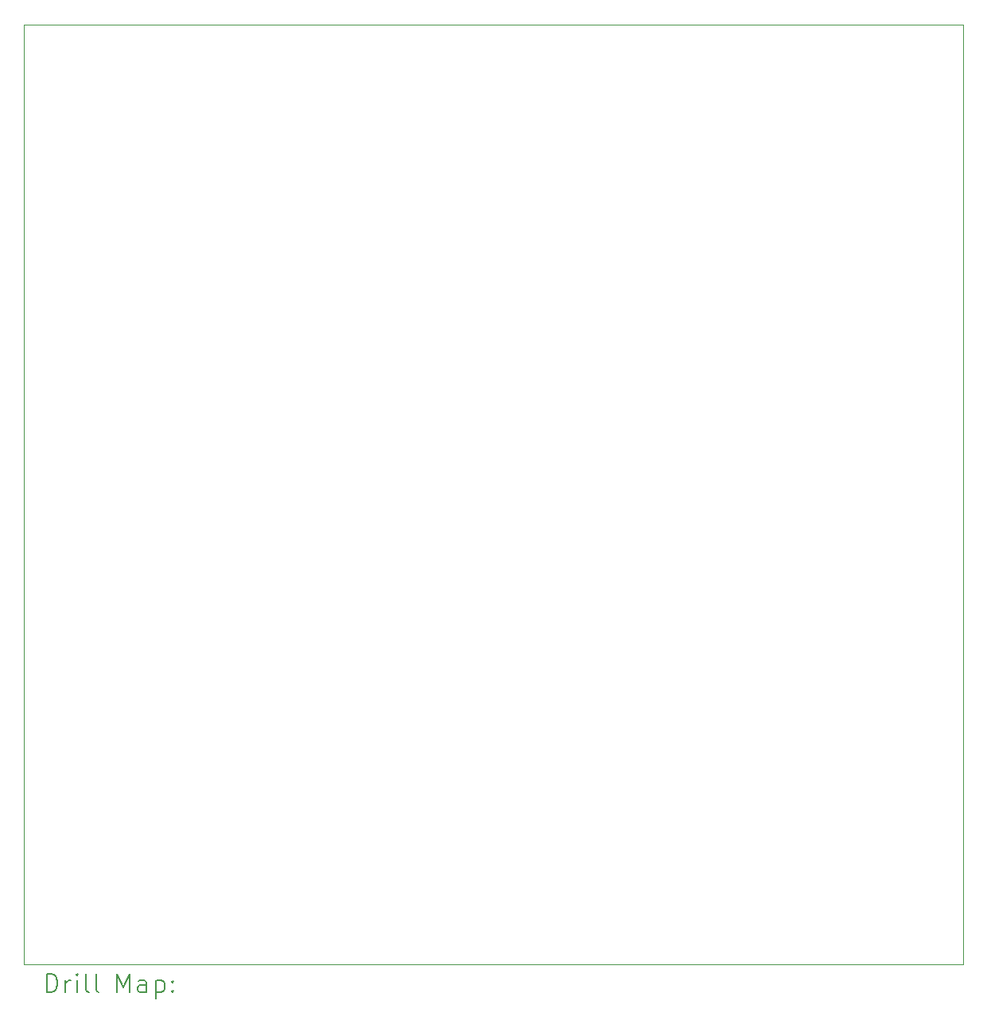
<source format=gbr>
%TF.GenerationSoftware,KiCad,Pcbnew,(7.0.0)*%
%TF.CreationDate,2023-03-21T11:08:30+02:00*%
%TF.ProjectId,SCHEMATICS,53434845-4d41-4544-9943-532e6b696361,rev?*%
%TF.SameCoordinates,Original*%
%TF.FileFunction,Drillmap*%
%TF.FilePolarity,Positive*%
%FSLAX45Y45*%
G04 Gerber Fmt 4.5, Leading zero omitted, Abs format (unit mm)*
G04 Created by KiCad (PCBNEW (7.0.0)) date 2023-03-21 11:08:30*
%MOMM*%
%LPD*%
G01*
G04 APERTURE LIST*
%ADD10C,0.100000*%
%ADD11C,0.200000*%
G04 APERTURE END LIST*
D10*
X9000000Y-4800000D02*
X19000000Y-4800000D01*
X19000000Y-4800000D02*
X19000000Y-14800000D01*
X19000000Y-14800000D02*
X9000000Y-14800000D01*
X9000000Y-14800000D02*
X9000000Y-4800000D01*
D11*
X9242619Y-15098476D02*
X9242619Y-14898476D01*
X9242619Y-14898476D02*
X9290238Y-14898476D01*
X9290238Y-14898476D02*
X9318810Y-14908000D01*
X9318810Y-14908000D02*
X9337857Y-14927048D01*
X9337857Y-14927048D02*
X9347381Y-14946095D01*
X9347381Y-14946095D02*
X9356905Y-14984190D01*
X9356905Y-14984190D02*
X9356905Y-15012762D01*
X9356905Y-15012762D02*
X9347381Y-15050857D01*
X9347381Y-15050857D02*
X9337857Y-15069905D01*
X9337857Y-15069905D02*
X9318810Y-15088952D01*
X9318810Y-15088952D02*
X9290238Y-15098476D01*
X9290238Y-15098476D02*
X9242619Y-15098476D01*
X9442619Y-15098476D02*
X9442619Y-14965143D01*
X9442619Y-15003238D02*
X9452143Y-14984190D01*
X9452143Y-14984190D02*
X9461667Y-14974667D01*
X9461667Y-14974667D02*
X9480714Y-14965143D01*
X9480714Y-14965143D02*
X9499762Y-14965143D01*
X9566429Y-15098476D02*
X9566429Y-14965143D01*
X9566429Y-14898476D02*
X9556905Y-14908000D01*
X9556905Y-14908000D02*
X9566429Y-14917524D01*
X9566429Y-14917524D02*
X9575952Y-14908000D01*
X9575952Y-14908000D02*
X9566429Y-14898476D01*
X9566429Y-14898476D02*
X9566429Y-14917524D01*
X9690238Y-15098476D02*
X9671190Y-15088952D01*
X9671190Y-15088952D02*
X9661667Y-15069905D01*
X9661667Y-15069905D02*
X9661667Y-14898476D01*
X9795000Y-15098476D02*
X9775952Y-15088952D01*
X9775952Y-15088952D02*
X9766429Y-15069905D01*
X9766429Y-15069905D02*
X9766429Y-14898476D01*
X9991190Y-15098476D02*
X9991190Y-14898476D01*
X9991190Y-14898476D02*
X10057857Y-15041333D01*
X10057857Y-15041333D02*
X10124524Y-14898476D01*
X10124524Y-14898476D02*
X10124524Y-15098476D01*
X10305476Y-15098476D02*
X10305476Y-14993714D01*
X10305476Y-14993714D02*
X10295952Y-14974667D01*
X10295952Y-14974667D02*
X10276905Y-14965143D01*
X10276905Y-14965143D02*
X10238809Y-14965143D01*
X10238809Y-14965143D02*
X10219762Y-14974667D01*
X10305476Y-15088952D02*
X10286429Y-15098476D01*
X10286429Y-15098476D02*
X10238809Y-15098476D01*
X10238809Y-15098476D02*
X10219762Y-15088952D01*
X10219762Y-15088952D02*
X10210238Y-15069905D01*
X10210238Y-15069905D02*
X10210238Y-15050857D01*
X10210238Y-15050857D02*
X10219762Y-15031809D01*
X10219762Y-15031809D02*
X10238809Y-15022286D01*
X10238809Y-15022286D02*
X10286429Y-15022286D01*
X10286429Y-15022286D02*
X10305476Y-15012762D01*
X10400714Y-14965143D02*
X10400714Y-15165143D01*
X10400714Y-14974667D02*
X10419762Y-14965143D01*
X10419762Y-14965143D02*
X10457857Y-14965143D01*
X10457857Y-14965143D02*
X10476905Y-14974667D01*
X10476905Y-14974667D02*
X10486429Y-14984190D01*
X10486429Y-14984190D02*
X10495952Y-15003238D01*
X10495952Y-15003238D02*
X10495952Y-15060381D01*
X10495952Y-15060381D02*
X10486429Y-15079428D01*
X10486429Y-15079428D02*
X10476905Y-15088952D01*
X10476905Y-15088952D02*
X10457857Y-15098476D01*
X10457857Y-15098476D02*
X10419762Y-15098476D01*
X10419762Y-15098476D02*
X10400714Y-15088952D01*
X10581667Y-15079428D02*
X10591190Y-15088952D01*
X10591190Y-15088952D02*
X10581667Y-15098476D01*
X10581667Y-15098476D02*
X10572143Y-15088952D01*
X10572143Y-15088952D02*
X10581667Y-15079428D01*
X10581667Y-15079428D02*
X10581667Y-15098476D01*
X10581667Y-14974667D02*
X10591190Y-14984190D01*
X10591190Y-14984190D02*
X10581667Y-14993714D01*
X10581667Y-14993714D02*
X10572143Y-14984190D01*
X10572143Y-14984190D02*
X10581667Y-14974667D01*
X10581667Y-14974667D02*
X10581667Y-14993714D01*
M02*

</source>
